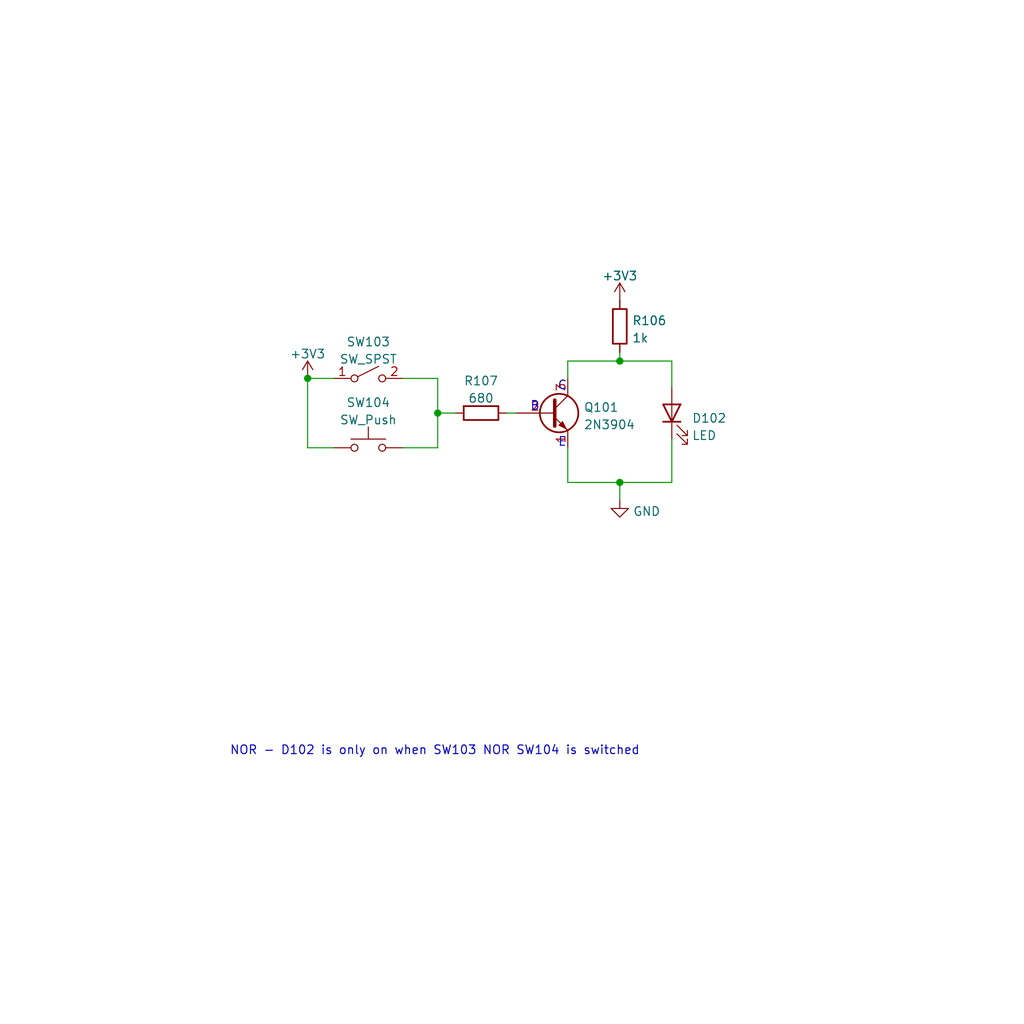
<source format=kicad_sch>
(kicad_sch (version 20211123) (generator eeschema)
  (paper "User" 150.012 150.012)
  (lib_symbols
    (symbol "Device:LED" (pin_numbers hide) (pin_names (offset 1.016) hide)
      (property "Reference" "D" (at 0 2.54 0))
      (property "Value" "LED" (at 0 -2.54 0))
      (symbol "LED_0_1"
        (polyline (pts (xy -1.27 -1.27) (xy -1.27 1.27)) (stroke (width 0.254)))
        (polyline (pts (xy -1.27 0) (xy 1.27 0)))
        (polyline (pts (xy 1.27 -1.27) (xy 1.27 1.27) (xy -1.27 0) (xy 1.27 -1.27)) (stroke (width 0.254)))
        (polyline (pts (xy -3.048 -0.762) (xy -4.572 -2.286) (xy -3.81 -2.286) (xy -4.572 -2.286) (xy -4.572 -1.524)))
        (polyline (pts (xy -1.778 -0.762) (xy -3.302 -2.286) (xy -2.54 -2.286) (xy -3.302 -2.286) (xy -3.302 -1.524)))
      )
      (symbol "LED_1_1"
        (pin passive line (at -3.81 0 0) (length 2.54) (name "K") (number "1"))
        (pin passive line (at 3.81 0 180) (length 2.54) (name "A") (number "2"))
      )
    )
    (symbol "Device:R" (pin_numbers hide) (pin_names (offset 0))
      (property "Reference" "R" (at 2.032 0 90))
      (property "Value" "R" (at 0 0 90))
      (symbol "R_0_1"
        (rectangle (start -1.016 -2.54) (end 1.016 2.54) (stroke (width 0.254)))
      )
      (symbol "R_1_1"
        (pin passive line (at 0 3.81 270) (length 1.27) (name "~") (number "1"))
        (pin passive line (at 0 -3.81 90) (length 1.27) (name "~") (number "2"))
      )
    )
    (symbol "Switch:SW_Push" (pin_numbers hide) (pin_names (offset 1.016) hide)
      (property "Reference" "SW" (at 1.27 2.54 0))
      (property "Value" "SW_Push" (at 0 -1.524 0))
      (symbol "SW_Push_0_1"
        (circle (center -2.032 0) (radius 0.508))
        (polyline (pts (xy 0 1.27) (xy 0 3.048)))
        (polyline (pts (xy 2.54 1.27) (xy -2.54 1.27)))
        (circle (center 2.032 0) (radius 0.508))
        (pin passive line (at -5.08 0 0) (length 2.54) (name "1") (number "1"))
        (pin passive line (at 5.08 0 180) (length 2.54) (name "2") (number "2"))
      )
    )
    (symbol "Switch:SW_SPST" (pin_names (offset 0) hide)
      (property "Reference" "SW" (at 0 3.175 0))
      (property "Value" "SW_SPST" (at 0 -2.54 0))
      (symbol "SW_SPST_0_0"
        (circle (center -2.032 0) (radius 0.508))
        (polyline (pts (xy -1.524 0.254) (xy 1.524 1.778)))
        (circle (center 2.032 0) (radius 0.508))
      )
      (symbol "SW_SPST_1_1"
        (pin passive line (at -5.08 0 0) (length 2.54) (name "A") (number "1"))
        (pin passive line (at 5.08 0 180) (length 2.54) (name "B") (number "2"))
      )
    )
    (symbol "Transistor_BJT:2N3904" (pin_names (offset 0) hide)
      (property "Reference" "Q" (at 5.08 1.905 0))
      (property "Value" "2N3904" (at 5.08 0 0))
      (symbol "2N3904_0_1"
        (polyline (pts (xy 0.635 0.635) (xy 2.54 2.54)))
        (polyline (pts (xy 0.635 -0.635) (xy 2.54 -2.54) (xy 2.54 -2.54)))
        (polyline (pts (xy 0.635 1.905) (xy 0.635 -1.905) (xy 0.635 -1.905)) (stroke (width 0.508)))
        (polyline (pts (xy 1.27 -1.778) (xy 1.778 -1.27) (xy 2.286 -2.286) (xy 1.27 -1.778) (xy 1.27 -1.778)) (fill (type outline)))
        (circle (center 1.27 0) (radius 2.8194) (stroke (width 0.254)))
      )
      (symbol "2N3904_1_1"
        (pin passive line (at 2.54 -5.08 90) (length 2.54) (name "E") (number "1"))
        (pin passive line (at -5.08 0 0) (length 5.715) (name "B") (number "2"))
        (pin passive line (at 2.54 5.08 270) (length 2.54) (name "C") (number "3"))
      )
    )
    (symbol "power:+3V3" (power) (pin_names (offset 0))
      (property "Value" "+3V3" (at 0 3.556 0))
      (symbol "+3V3_0_1"
        (polyline (pts (xy -0.762 1.27) (xy 0 2.54)))
        (polyline (pts (xy 0 0) (xy 0 2.54)))
        (polyline (pts (xy 0 2.54) (xy 0.762 1.27)))
      )
      (symbol "+3V3_1_1"
        (pin power_in line (at 0 0 90) (length 0) hide (name "+3V3") (number "1"))
      )
    )
    (symbol "power:GND" (power) (pin_names (offset 0))
      (property "Value" "GND" (at 0 -3.81 0))
      (symbol "GND_0_1"
        (polyline (pts (xy 0 0) (xy 0 -1.27) (xy 1.27 -1.27) (xy 0 -2.54) (xy -1.27 -1.27) (xy 0 -1.27)))
      )
      (symbol "GND_1_1"
        (pin power_in line (at 0 0 270) (length 0) hide (name "GND") (number "1"))
      )
    )
  )
  (junction (at 45.0596 55.4228))
  (junction (at 90.7796 70.6628))
  (junction (at 90.7796 52.8828))
  (junction (at 64.1096 60.5028))
  (wire (pts (xy 45.0596 55.4228) (xy 48.8696 55.4228)))
  (wire (pts (xy 74.2696 60.5028) (xy 75.5396 60.5028)))
  (wire (pts (xy 83.1596 52.8828) (xy 90.7796 52.8828)))
  (wire (pts (xy 59.0296 55.4228) (xy 64.1096 55.4228)))
  (wire (pts (xy 64.1096 55.4228) (xy 64.1096 60.5028)))
  (wire (pts (xy 83.1596 70.6628) (xy 90.7796 70.6628)))
  (wire (pts (xy 64.1096 60.5028) (xy 64.1096 65.5828)))
  (wire (pts (xy 64.1096 65.5828) (xy 59.0296 65.5828)))
  (wire (pts (xy 90.7796 73.2028) (xy 90.7796 70.6628)))
  (wire (pts (xy 98.3996 52.8828) (xy 98.3996 56.6928)))
  (wire (pts (xy 83.1596 55.4228) (xy 83.1596 52.8828)))
  (wire (pts (xy 90.7796 70.6628) (xy 98.3996 70.6628)))
  (wire (pts (xy 45.0596 55.4228) (xy 45.0596 65.5828)))
  (wire (pts (xy 90.7796 51.6128) (xy 90.7796 52.8828)))
  (wire (pts (xy 83.1596 65.5828) (xy 83.1596 70.6628)))
  (wire (pts (xy 90.7796 52.8828) (xy 98.3996 52.8828)))
  (wire (pts (xy 45.0596 65.5828) (xy 48.8696 65.5828)))
  (wire (pts (xy 66.6496 60.5028) (xy 64.1096 60.5028)))
  (wire (pts (xy 98.3996 64.3128) (xy 98.3996 70.6628)))
  (text "C" (at 81.6356 57.3532 0) (effects (font (size 1.27 1.27)) (justify left bottom)))
  (text "NOR - D102 is only on when SW103 NOR SW104 is switched" (at 33.6296 110.7948 0) (effects (font (size 1.27 1.27)) (justify left bottom)))
  (text "E" (at 81.6864 65.6336 0) (effects (font (size 1.27 1.27)) (justify left bottom)))
  (text "B" (at 77.6224 60.3504 0) (effects (font (size 1.27 1.27)) (justify left bottom)))
  (symbol (lib_id "power:GND") (at 90.7796 73.2028 0) (mirror y) (unit 1)
    (property "Reference" "#PWR045" (effects hide))
    (property "Value" "~" (at 92.6846 74.9066 0) (effects (justify right)))
  )
  (symbol (lib_id "power:+3V3") (at 45.0596 55.4228 0) (unit 1)
    (property "Reference" "#PWR?" (effects hide))
    (property "Value" "+3V3" (at 45.0596 51.847 0))
  )
  (symbol (lib_id "Device:LED") (at 98.3996 60.5028 90) (unit 1)
    (property "Reference" "D102" (at 101.3206 61.2556 90) (effects (justify right)))
    (property "Value" "LED" (at 101.3206 63.7925 90) (effects (justify right)))
  )
  (symbol (lib_id "Device:R") (at 90.7796 47.8028 180) (unit 1)
    (property "Reference" "R106" (at 92.5576 46.9681 0) (effects (justify right)))
    (property "Value" "1k" (at 92.5576 49.505 0) (effects (justify right)))
  )
  (symbol (lib_id "Transistor_BJT:2N3904") (at 80.6196 60.5028 0) (unit 1)
    (property "Reference" "Q101" (at 85.471 59.6681 0) (effects (justify left)))
    (property "Value" "2N3904" (at 85.471 62.205 0) (effects (justify left)))
    (property "Footprint" "Package_TO_SOT_THT:TO-92_Inline" (effects hide))
    (property "Datasheet" "https://www.onsemi.com/pub/Collateral/2N3903-D.PDF" (effects hide))
  )
  (symbol (lib_id "Switch:SW_Push") (at 53.9496 65.5828 0) (unit 1)
    (property "Reference" "SW104" (at 53.9496 58.962 0))
    (property "Value" "SW_Push" (at 53.9496 61.4989 0))
  )
  (symbol (lib_id "Device:R") (at 70.4596 60.5028 90) (mirror x) (unit 1)
    (property "Reference" "R107" (at 70.4596 55.787 90))
    (property "Value" "680" (at 70.4596 58.3239 90))
  )
  (symbol (lib_id "power:+3V3") (at 90.7796 43.9928 0) (unit 1)
    (property "Reference" "#PWR?" (effects hide))
    (property "Value" "+3V3" (at 90.7796 40.417 0))
  )
  (symbol (lib_id "Switch:SW_SPST") (at 53.9496 55.4228 0) (unit 1)
    (property "Reference" "SW103" (at 53.9496 50.072 0))
    (property "Value" "SW_SPST" (at 53.9496 52.6089 0))
  )
)
</source>
